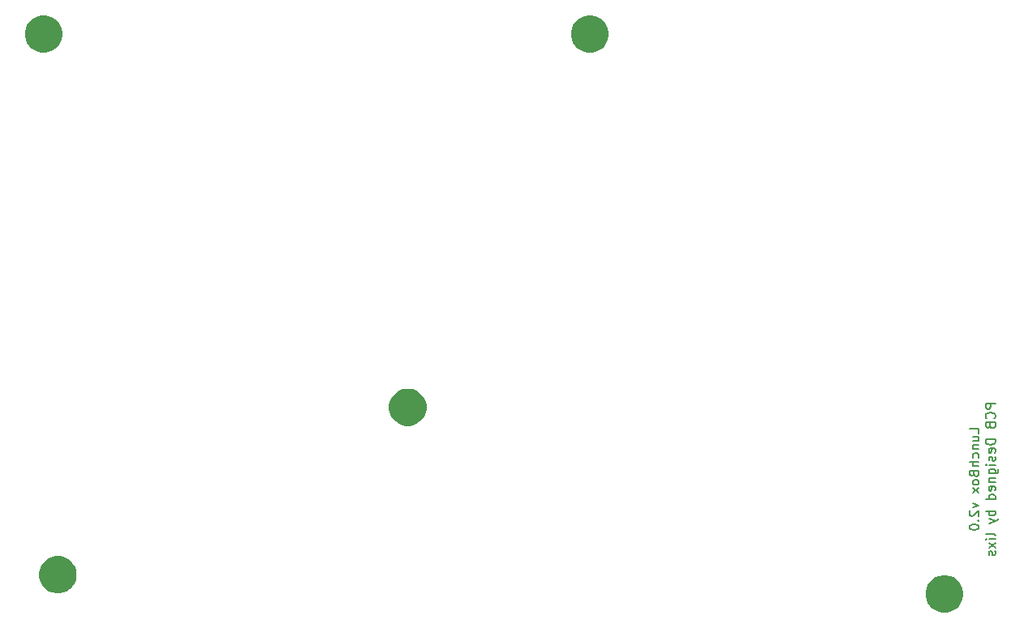
<source format=gbr>
G04 #@! TF.GenerationSoftware,KiCad,Pcbnew,(5.1.2)-2*
G04 #@! TF.CreationDate,2020-04-16T23:42:25+09:00*
G04 #@! TF.ProjectId,17mm topplate,31376d6d-2074-46f7-9070-6c6174652e6b,rev?*
G04 #@! TF.SameCoordinates,Original*
G04 #@! TF.FileFunction,Soldermask,Bot*
G04 #@! TF.FilePolarity,Negative*
%FSLAX46Y46*%
G04 Gerber Fmt 4.6, Leading zero omitted, Abs format (unit mm)*
G04 Created by KiCad (PCBNEW (5.1.2)-2) date 2020-04-16 23:42:25*
%MOMM*%
%LPD*%
G04 APERTURE LIST*
%ADD10C,0.200000*%
%ADD11C,0.100000*%
G04 APERTURE END LIST*
D10*
X197102380Y-117214285D02*
X197102380Y-116738095D01*
X196102380Y-116738095D01*
X196435714Y-117976190D02*
X197102380Y-117976190D01*
X196435714Y-117547619D02*
X196959523Y-117547619D01*
X197054761Y-117595238D01*
X197102380Y-117690476D01*
X197102380Y-117833333D01*
X197054761Y-117928571D01*
X197007142Y-117976190D01*
X196435714Y-118452380D02*
X197102380Y-118452380D01*
X196530952Y-118452380D02*
X196483333Y-118500000D01*
X196435714Y-118595238D01*
X196435714Y-118738095D01*
X196483333Y-118833333D01*
X196578571Y-118880952D01*
X197102380Y-118880952D01*
X197054761Y-119785714D02*
X197102380Y-119690476D01*
X197102380Y-119500000D01*
X197054761Y-119404761D01*
X197007142Y-119357142D01*
X196911904Y-119309523D01*
X196626190Y-119309523D01*
X196530952Y-119357142D01*
X196483333Y-119404761D01*
X196435714Y-119500000D01*
X196435714Y-119690476D01*
X196483333Y-119785714D01*
X197102380Y-120214285D02*
X196102380Y-120214285D01*
X197102380Y-120642857D02*
X196578571Y-120642857D01*
X196483333Y-120595238D01*
X196435714Y-120500000D01*
X196435714Y-120357142D01*
X196483333Y-120261904D01*
X196530952Y-120214285D01*
X196578571Y-121452380D02*
X196626190Y-121595238D01*
X196673809Y-121642857D01*
X196769047Y-121690476D01*
X196911904Y-121690476D01*
X197007142Y-121642857D01*
X197054761Y-121595238D01*
X197102380Y-121500000D01*
X197102380Y-121119047D01*
X196102380Y-121119047D01*
X196102380Y-121452380D01*
X196150000Y-121547619D01*
X196197619Y-121595238D01*
X196292857Y-121642857D01*
X196388095Y-121642857D01*
X196483333Y-121595238D01*
X196530952Y-121547619D01*
X196578571Y-121452380D01*
X196578571Y-121119047D01*
X197102380Y-122261904D02*
X197054761Y-122166666D01*
X197007142Y-122119047D01*
X196911904Y-122071428D01*
X196626190Y-122071428D01*
X196530952Y-122119047D01*
X196483333Y-122166666D01*
X196435714Y-122261904D01*
X196435714Y-122404761D01*
X196483333Y-122500000D01*
X196530952Y-122547619D01*
X196626190Y-122595238D01*
X196911904Y-122595238D01*
X197007142Y-122547619D01*
X197054761Y-122500000D01*
X197102380Y-122404761D01*
X197102380Y-122261904D01*
X197102380Y-122928571D02*
X196435714Y-123452380D01*
X196435714Y-122928571D02*
X197102380Y-123452380D01*
X196435714Y-124500000D02*
X197102380Y-124738095D01*
X196435714Y-124976190D01*
X196197619Y-125309523D02*
X196150000Y-125357142D01*
X196102380Y-125452380D01*
X196102380Y-125690476D01*
X196150000Y-125785714D01*
X196197619Y-125833333D01*
X196292857Y-125880952D01*
X196388095Y-125880952D01*
X196530952Y-125833333D01*
X197102380Y-125261904D01*
X197102380Y-125880952D01*
X197007142Y-126309523D02*
X197054761Y-126357142D01*
X197102380Y-126309523D01*
X197054761Y-126261904D01*
X197007142Y-126309523D01*
X197102380Y-126309523D01*
X196102380Y-126976190D02*
X196102380Y-127071428D01*
X196150000Y-127166666D01*
X196197619Y-127214285D01*
X196292857Y-127261904D01*
X196483333Y-127309523D01*
X196721428Y-127309523D01*
X196911904Y-127261904D01*
X197007142Y-127214285D01*
X197054761Y-127166666D01*
X197102380Y-127071428D01*
X197102380Y-126976190D01*
X197054761Y-126880952D01*
X197007142Y-126833333D01*
X196911904Y-126785714D01*
X196721428Y-126738095D01*
X196483333Y-126738095D01*
X196292857Y-126785714D01*
X196197619Y-126833333D01*
X196150000Y-126880952D01*
X196102380Y-126976190D01*
X198802380Y-114095238D02*
X197802380Y-114095238D01*
X197802380Y-114476190D01*
X197850000Y-114571428D01*
X197897619Y-114619047D01*
X197992857Y-114666666D01*
X198135714Y-114666666D01*
X198230952Y-114619047D01*
X198278571Y-114571428D01*
X198326190Y-114476190D01*
X198326190Y-114095238D01*
X198707142Y-115666666D02*
X198754761Y-115619047D01*
X198802380Y-115476190D01*
X198802380Y-115380952D01*
X198754761Y-115238095D01*
X198659523Y-115142857D01*
X198564285Y-115095238D01*
X198373809Y-115047619D01*
X198230952Y-115047619D01*
X198040476Y-115095238D01*
X197945238Y-115142857D01*
X197850000Y-115238095D01*
X197802380Y-115380952D01*
X197802380Y-115476190D01*
X197850000Y-115619047D01*
X197897619Y-115666666D01*
X198278571Y-116428571D02*
X198326190Y-116571428D01*
X198373809Y-116619047D01*
X198469047Y-116666666D01*
X198611904Y-116666666D01*
X198707142Y-116619047D01*
X198754761Y-116571428D01*
X198802380Y-116476190D01*
X198802380Y-116095238D01*
X197802380Y-116095238D01*
X197802380Y-116428571D01*
X197850000Y-116523809D01*
X197897619Y-116571428D01*
X197992857Y-116619047D01*
X198088095Y-116619047D01*
X198183333Y-116571428D01*
X198230952Y-116523809D01*
X198278571Y-116428571D01*
X198278571Y-116095238D01*
X198802380Y-117857142D02*
X197802380Y-117857142D01*
X197802380Y-118095238D01*
X197850000Y-118238095D01*
X197945238Y-118333333D01*
X198040476Y-118380952D01*
X198230952Y-118428571D01*
X198373809Y-118428571D01*
X198564285Y-118380952D01*
X198659523Y-118333333D01*
X198754761Y-118238095D01*
X198802380Y-118095238D01*
X198802380Y-117857142D01*
X198754761Y-119238095D02*
X198802380Y-119142857D01*
X198802380Y-118952380D01*
X198754761Y-118857142D01*
X198659523Y-118809523D01*
X198278571Y-118809523D01*
X198183333Y-118857142D01*
X198135714Y-118952380D01*
X198135714Y-119142857D01*
X198183333Y-119238095D01*
X198278571Y-119285714D01*
X198373809Y-119285714D01*
X198469047Y-118809523D01*
X198754761Y-119666666D02*
X198802380Y-119761904D01*
X198802380Y-119952380D01*
X198754761Y-120047619D01*
X198659523Y-120095238D01*
X198611904Y-120095238D01*
X198516666Y-120047619D01*
X198469047Y-119952380D01*
X198469047Y-119809523D01*
X198421428Y-119714285D01*
X198326190Y-119666666D01*
X198278571Y-119666666D01*
X198183333Y-119714285D01*
X198135714Y-119809523D01*
X198135714Y-119952380D01*
X198183333Y-120047619D01*
X198802380Y-120523809D02*
X198135714Y-120523809D01*
X197802380Y-120523809D02*
X197850000Y-120476190D01*
X197897619Y-120523809D01*
X197850000Y-120571428D01*
X197802380Y-120523809D01*
X197897619Y-120523809D01*
X198135714Y-121428571D02*
X198945238Y-121428571D01*
X199040476Y-121380952D01*
X199088095Y-121333333D01*
X199135714Y-121238095D01*
X199135714Y-121095238D01*
X199088095Y-121000000D01*
X198754761Y-121428571D02*
X198802380Y-121333333D01*
X198802380Y-121142857D01*
X198754761Y-121047619D01*
X198707142Y-121000000D01*
X198611904Y-120952380D01*
X198326190Y-120952380D01*
X198230952Y-121000000D01*
X198183333Y-121047619D01*
X198135714Y-121142857D01*
X198135714Y-121333333D01*
X198183333Y-121428571D01*
X198135714Y-121904761D02*
X198802380Y-121904761D01*
X198230952Y-121904761D02*
X198183333Y-121952380D01*
X198135714Y-122047619D01*
X198135714Y-122190476D01*
X198183333Y-122285714D01*
X198278571Y-122333333D01*
X198802380Y-122333333D01*
X198754761Y-123190476D02*
X198802380Y-123095238D01*
X198802380Y-122904761D01*
X198754761Y-122809523D01*
X198659523Y-122761904D01*
X198278571Y-122761904D01*
X198183333Y-122809523D01*
X198135714Y-122904761D01*
X198135714Y-123095238D01*
X198183333Y-123190476D01*
X198278571Y-123238095D01*
X198373809Y-123238095D01*
X198469047Y-122761904D01*
X198802380Y-124095238D02*
X197802380Y-124095238D01*
X198754761Y-124095238D02*
X198802380Y-124000000D01*
X198802380Y-123809523D01*
X198754761Y-123714285D01*
X198707142Y-123666666D01*
X198611904Y-123619047D01*
X198326190Y-123619047D01*
X198230952Y-123666666D01*
X198183333Y-123714285D01*
X198135714Y-123809523D01*
X198135714Y-124000000D01*
X198183333Y-124095238D01*
X198802380Y-125333333D02*
X197802380Y-125333333D01*
X198183333Y-125333333D02*
X198135714Y-125428571D01*
X198135714Y-125619047D01*
X198183333Y-125714285D01*
X198230952Y-125761904D01*
X198326190Y-125809523D01*
X198611904Y-125809523D01*
X198707142Y-125761904D01*
X198754761Y-125714285D01*
X198802380Y-125619047D01*
X198802380Y-125428571D01*
X198754761Y-125333333D01*
X198135714Y-126142857D02*
X198802380Y-126380952D01*
X198135714Y-126619047D02*
X198802380Y-126380952D01*
X199040476Y-126285714D01*
X199088095Y-126238095D01*
X199135714Y-126142857D01*
X198802380Y-127904761D02*
X198754761Y-127809523D01*
X198659523Y-127761904D01*
X197802380Y-127761904D01*
X198802380Y-128285714D02*
X198135714Y-128285714D01*
X197802380Y-128285714D02*
X197850000Y-128238095D01*
X197897619Y-128285714D01*
X197850000Y-128333333D01*
X197802380Y-128285714D01*
X197897619Y-128285714D01*
X198802380Y-128666666D02*
X198135714Y-129190476D01*
X198135714Y-128666666D02*
X198802380Y-129190476D01*
X198754761Y-129523809D02*
X198802380Y-129619047D01*
X198802380Y-129809523D01*
X198754761Y-129904761D01*
X198659523Y-129952380D01*
X198611904Y-129952380D01*
X198516666Y-129904761D01*
X198469047Y-129809523D01*
X198469047Y-129666666D01*
X198421428Y-129571428D01*
X198326190Y-129523809D01*
X198278571Y-129523809D01*
X198183333Y-129571428D01*
X198135714Y-129666666D01*
X198135714Y-129809523D01*
X198183333Y-129904761D01*
D11*
G36*
X194069085Y-132123975D02*
G01*
X194424143Y-132271045D01*
X194424145Y-132271046D01*
X194743690Y-132484559D01*
X195015441Y-132756310D01*
X195228954Y-133075855D01*
X195228955Y-133075857D01*
X195376025Y-133430915D01*
X195451000Y-133807842D01*
X195451000Y-134192158D01*
X195376025Y-134569085D01*
X195228955Y-134924143D01*
X195228954Y-134924145D01*
X195015441Y-135243690D01*
X194743690Y-135515441D01*
X194424145Y-135728954D01*
X194424144Y-135728955D01*
X194424143Y-135728955D01*
X194069085Y-135876025D01*
X193692158Y-135951000D01*
X193307842Y-135951000D01*
X192930915Y-135876025D01*
X192575857Y-135728955D01*
X192575856Y-135728955D01*
X192575855Y-135728954D01*
X192256310Y-135515441D01*
X191984559Y-135243690D01*
X191771046Y-134924145D01*
X191771045Y-134924143D01*
X191623975Y-134569085D01*
X191549000Y-134192158D01*
X191549000Y-133807842D01*
X191623975Y-133430915D01*
X191771045Y-133075857D01*
X191771046Y-133075855D01*
X191984559Y-132756310D01*
X192256310Y-132484559D01*
X192575855Y-132271046D01*
X192575857Y-132271045D01*
X192930915Y-132123975D01*
X193307842Y-132049000D01*
X193692158Y-132049000D01*
X194069085Y-132123975D01*
X194069085Y-132123975D01*
G37*
G36*
X101569085Y-130123975D02*
G01*
X101924143Y-130271045D01*
X101924145Y-130271046D01*
X102243690Y-130484559D01*
X102515441Y-130756310D01*
X102728954Y-131075855D01*
X102728955Y-131075857D01*
X102876025Y-131430915D01*
X102951000Y-131807842D01*
X102951000Y-132192158D01*
X102876025Y-132569085D01*
X102798473Y-132756311D01*
X102728954Y-132924145D01*
X102515441Y-133243690D01*
X102243690Y-133515441D01*
X101924145Y-133728954D01*
X101924144Y-133728955D01*
X101924143Y-133728955D01*
X101569085Y-133876025D01*
X101192158Y-133951000D01*
X100807842Y-133951000D01*
X100430915Y-133876025D01*
X100075857Y-133728955D01*
X100075856Y-133728955D01*
X100075855Y-133728954D01*
X99756310Y-133515441D01*
X99484559Y-133243690D01*
X99271046Y-132924145D01*
X99201527Y-132756311D01*
X99123975Y-132569085D01*
X99049000Y-132192158D01*
X99049000Y-131807842D01*
X99123975Y-131430915D01*
X99271045Y-131075857D01*
X99271046Y-131075855D01*
X99484559Y-130756310D01*
X99756310Y-130484559D01*
X100075855Y-130271046D01*
X100075857Y-130271045D01*
X100430915Y-130123975D01*
X100807842Y-130049000D01*
X101192158Y-130049000D01*
X101569085Y-130123975D01*
X101569085Y-130123975D01*
G37*
G36*
X138069085Y-112623975D02*
G01*
X138424143Y-112771045D01*
X138424145Y-112771046D01*
X138743690Y-112984559D01*
X139015441Y-113256310D01*
X139228954Y-113575855D01*
X139228955Y-113575857D01*
X139376025Y-113930915D01*
X139451000Y-114307842D01*
X139451000Y-114692158D01*
X139376025Y-115069085D01*
X139228955Y-115424143D01*
X139228954Y-115424145D01*
X139015441Y-115743690D01*
X138743690Y-116015441D01*
X138424145Y-116228954D01*
X138424144Y-116228955D01*
X138424143Y-116228955D01*
X138069085Y-116376025D01*
X137692158Y-116451000D01*
X137307842Y-116451000D01*
X136930915Y-116376025D01*
X136575857Y-116228955D01*
X136575856Y-116228955D01*
X136575855Y-116228954D01*
X136256310Y-116015441D01*
X135984559Y-115743690D01*
X135771046Y-115424145D01*
X135771045Y-115424143D01*
X135623975Y-115069085D01*
X135549000Y-114692158D01*
X135549000Y-114307842D01*
X135623975Y-113930915D01*
X135771045Y-113575857D01*
X135771046Y-113575855D01*
X135984559Y-113256310D01*
X136256310Y-112984559D01*
X136575855Y-112771046D01*
X136575857Y-112771045D01*
X136930915Y-112623975D01*
X137307842Y-112549000D01*
X137692158Y-112549000D01*
X138069085Y-112623975D01*
X138069085Y-112623975D01*
G37*
G36*
X157069085Y-73623975D02*
G01*
X157424143Y-73771045D01*
X157424145Y-73771046D01*
X157743690Y-73984559D01*
X158015441Y-74256310D01*
X158228954Y-74575855D01*
X158228955Y-74575857D01*
X158376025Y-74930915D01*
X158451000Y-75307842D01*
X158451000Y-75692158D01*
X158376025Y-76069085D01*
X158228955Y-76424143D01*
X158228954Y-76424145D01*
X158015441Y-76743690D01*
X157743690Y-77015441D01*
X157424145Y-77228954D01*
X157424144Y-77228955D01*
X157424143Y-77228955D01*
X157069085Y-77376025D01*
X156692158Y-77451000D01*
X156307842Y-77451000D01*
X155930915Y-77376025D01*
X155575857Y-77228955D01*
X155575856Y-77228955D01*
X155575855Y-77228954D01*
X155256310Y-77015441D01*
X154984559Y-76743690D01*
X154771046Y-76424145D01*
X154771045Y-76424143D01*
X154623975Y-76069085D01*
X154549000Y-75692158D01*
X154549000Y-75307842D01*
X154623975Y-74930915D01*
X154771045Y-74575857D01*
X154771046Y-74575855D01*
X154984559Y-74256310D01*
X155256310Y-73984559D01*
X155575855Y-73771046D01*
X155575857Y-73771045D01*
X155930915Y-73623975D01*
X156307842Y-73549000D01*
X156692158Y-73549000D01*
X157069085Y-73623975D01*
X157069085Y-73623975D01*
G37*
G36*
X100069085Y-73623975D02*
G01*
X100424143Y-73771045D01*
X100424145Y-73771046D01*
X100743690Y-73984559D01*
X101015441Y-74256310D01*
X101228954Y-74575855D01*
X101228955Y-74575857D01*
X101376025Y-74930915D01*
X101451000Y-75307842D01*
X101451000Y-75692158D01*
X101376025Y-76069085D01*
X101228955Y-76424143D01*
X101228954Y-76424145D01*
X101015441Y-76743690D01*
X100743690Y-77015441D01*
X100424145Y-77228954D01*
X100424144Y-77228955D01*
X100424143Y-77228955D01*
X100069085Y-77376025D01*
X99692158Y-77451000D01*
X99307842Y-77451000D01*
X98930915Y-77376025D01*
X98575857Y-77228955D01*
X98575856Y-77228955D01*
X98575855Y-77228954D01*
X98256310Y-77015441D01*
X97984559Y-76743690D01*
X97771046Y-76424145D01*
X97771045Y-76424143D01*
X97623975Y-76069085D01*
X97549000Y-75692158D01*
X97549000Y-75307842D01*
X97623975Y-74930915D01*
X97771045Y-74575857D01*
X97771046Y-74575855D01*
X97984559Y-74256310D01*
X98256310Y-73984559D01*
X98575855Y-73771046D01*
X98575857Y-73771045D01*
X98930915Y-73623975D01*
X99307842Y-73549000D01*
X99692158Y-73549000D01*
X100069085Y-73623975D01*
X100069085Y-73623975D01*
G37*
M02*

</source>
